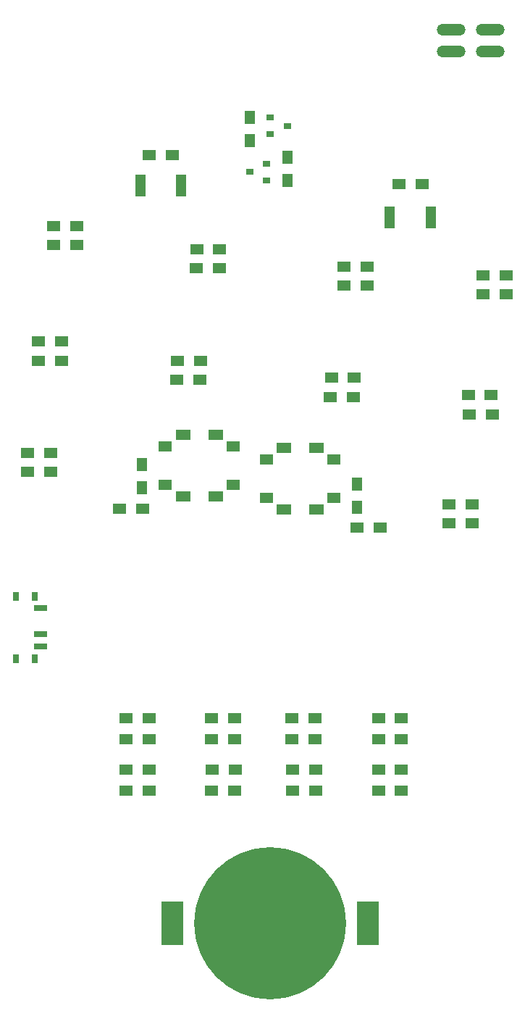
<source format=gtp>
G04 #@! TF.GenerationSoftware,KiCad,Pcbnew,(5.0.0-rc2-dev-222-g3b0a758)*
G04 #@! TF.CreationDate,2018-12-23T16:49:18+01:00*
G04 #@! TF.ProjectId,35c3_badge,333563335F62616467652E6B69636164,rev?*
G04 #@! TF.SameCoordinates,PX2faf080PY2faf080*
G04 #@! TF.FileFunction,Paste,Top*
G04 #@! TF.FilePolarity,Positive*
%FSLAX46Y46*%
G04 Gerber Fmt 4.6, Leading zero omitted, Abs format (unit mm)*
G04 Created by KiCad (PCBNEW (5.0.0-rc2-dev-222-g3b0a758)) date Sunday, 23 December 2018 at 16:49:18*
%MOMM*%
%LPD*%
G01*
G04 APERTURE LIST*
%ADD10R,2.540000X5.080000*%
%ADD11C,17.780000*%
%ADD12R,1.200000X2.600000*%
%ADD13R,0.900000X0.800000*%
%ADD14R,0.800000X1.000000*%
%ADD15R,1.500000X0.700000*%
%ADD16R,1.500000X1.300000*%
%ADD17R,1.300000X1.500000*%
%ADD18O,3.350000X1.350000*%
%ADD19R,1.550000X1.300000*%
%ADD20R,1.800000X1.200000*%
G04 APERTURE END LIST*
D10*
X29070000Y-109000000D03*
X51930000Y-109000000D03*
D11*
X40500000Y-109000000D03*
D12*
X59300000Y-26500000D03*
X54500000Y-26500000D03*
X30100000Y-22800000D03*
X25300000Y-22800000D03*
D13*
X40500000Y-14850000D03*
X40500000Y-16750000D03*
X42500000Y-15800000D03*
X38100000Y-21200000D03*
X40100000Y-20250000D03*
X40100000Y-22150000D03*
D14*
X12980000Y-70750000D03*
X12980000Y-78050000D03*
X10770000Y-78050000D03*
X10770000Y-70750000D03*
D15*
X13630000Y-76650000D03*
X13630000Y-75150000D03*
X13630000Y-72150000D03*
D16*
X32350000Y-43250000D03*
X29650000Y-43250000D03*
X36350000Y-93500000D03*
X33650000Y-93500000D03*
X17850000Y-27500000D03*
X15150000Y-27500000D03*
X45850000Y-93500000D03*
X43150000Y-93500000D03*
X64100000Y-60000000D03*
X61400000Y-60000000D03*
X45700000Y-85000000D03*
X43000000Y-85000000D03*
X14850000Y-54000000D03*
X12150000Y-54000000D03*
X55850000Y-85000000D03*
X53150000Y-85000000D03*
X68100000Y-33250000D03*
X65400000Y-33250000D03*
X51850000Y-32250000D03*
X49150000Y-32250000D03*
X66350000Y-47250000D03*
X63650000Y-47250000D03*
X55850000Y-93500000D03*
X53150000Y-93500000D03*
X26350000Y-93500000D03*
X23650000Y-93500000D03*
D17*
X25500000Y-55400000D03*
X25500000Y-58100000D03*
D16*
X36350000Y-85000000D03*
X33650000Y-85000000D03*
X16100000Y-41000000D03*
X13400000Y-41000000D03*
D17*
X50685001Y-57650000D03*
X50685001Y-60350000D03*
D16*
X50350000Y-45250000D03*
X47650000Y-45250000D03*
X34600000Y-30200000D03*
X31900000Y-30200000D03*
X26350000Y-85000000D03*
X23650000Y-85000000D03*
D18*
X61660000Y-7140000D03*
X61660000Y-4600000D03*
X66200000Y-7140000D03*
X66200000Y-4600000D03*
D16*
X55550000Y-22600000D03*
X58250000Y-22600000D03*
D17*
X42500000Y-19450000D03*
X42500000Y-22150000D03*
X38100000Y-14850000D03*
X38100000Y-17550000D03*
D16*
X29050000Y-19200000D03*
X26350000Y-19200000D03*
X32250000Y-45500000D03*
X29550000Y-45500000D03*
X33700000Y-91000000D03*
X36400000Y-91000000D03*
X17850000Y-29750000D03*
X15150000Y-29750000D03*
X43150000Y-91000000D03*
X45850000Y-91000000D03*
X64100000Y-62250000D03*
X61400000Y-62250000D03*
X43000000Y-87450000D03*
X45700000Y-87450000D03*
X14850000Y-56250000D03*
X12150000Y-56250000D03*
X53150000Y-87500000D03*
X55850000Y-87500000D03*
X68100000Y-35500000D03*
X65400000Y-35500000D03*
X49150000Y-34500000D03*
X51850000Y-34500000D03*
X66500000Y-49500000D03*
X63800000Y-49500000D03*
X55850000Y-91000000D03*
X53150000Y-91000000D03*
X26350000Y-91000000D03*
X23650000Y-91000000D03*
X25600000Y-60500000D03*
X22900000Y-60500000D03*
X33650000Y-87500000D03*
X36350000Y-87500000D03*
X13400000Y-43250000D03*
X16100000Y-43250000D03*
X53350000Y-62750000D03*
X50650000Y-62750000D03*
X47550000Y-47500000D03*
X50250000Y-47500000D03*
X31850000Y-32400000D03*
X34550000Y-32400000D03*
X23650000Y-87500000D03*
X26350000Y-87500000D03*
D19*
X47975000Y-59250000D03*
X40025000Y-59250000D03*
X47975000Y-54750000D03*
X40025000Y-54750000D03*
D20*
X45900000Y-53400000D03*
X42100000Y-53400000D03*
X42100000Y-60600000D03*
X45900000Y-60600000D03*
X34100000Y-59100000D03*
X30300000Y-59100000D03*
X30300000Y-51900000D03*
X34100000Y-51900000D03*
D19*
X28225000Y-53250000D03*
X36175000Y-53250000D03*
X28225000Y-57750000D03*
X36175000Y-57750000D03*
M02*

</source>
